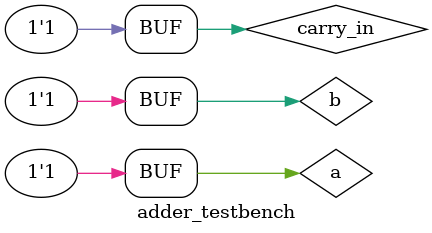
<source format=v>
`define DELAY 20
module adder_testbench();
	reg a, b, carry_in;
	wire sum, carry_out;
	
	adder add(sum, carry_out, carry_in, a, b);
	
	initial begin
		a = 1'b0; b = 1'b0; carry_in = 1'b0;
		#`DELAY;
		a = 1'b0; b = 1'b0; carry_in = 1'b1;
		#`DELAY;
		a = 1'b0; b = 1'b1; carry_in = 1'b0;
		#`DELAY;
		a = 1'b0; b = 1'b1; carry_in = 1'b1;
		#`DELAY;
		a = 1'b1; b = 1'b0; carry_in = 1'b0;
		#`DELAY;
		a = 1'b1; b = 1'b0; carry_in = 1'b1;
		#`DELAY;
		a = 1'b1; b = 1'b1; carry_in = 1'b0;
		#`DELAY;
		a = 1'b1; b = 1'b1; carry_in = 1'b1;
	end
	
	initial begin
		$monitor("time = %2d, a =%1b, b=%1b, carry_in=%1b, sum=%1b, carry_out=%1b", $time, a, b, carry_in, sum, carry_out);
	end
 
endmodule
</source>
